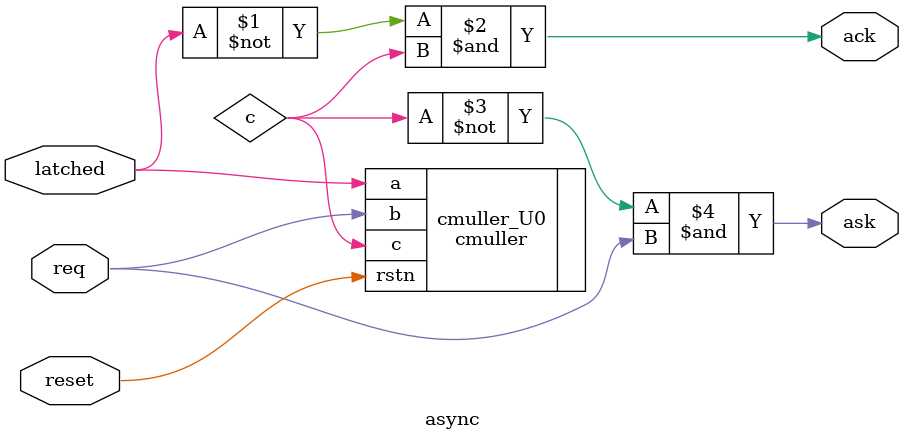
<source format=v>
`include "timescale.v"
module async(/*AUTOARG*/
   // Outputs
   ack, ask,
   // Inputs
   latched, req, reset
   );
`include "def.v"

   output ack, ask;
   input  latched, req, reset;

   /*AUTOREG*/
   // Beginning of automatic regs (for this module's undeclared outputs)
   wire			ack;
   wire			ask;
   // End of automatics

   wire 		c;

   /*Instantiate C-Muller*/
   cmuller cmuller_U0(/*AUTOINST*/
		      // Outputs
		      .c		(c),
		      // Inputs
		      .a		(latched),
		      .b		(req),
		      .rstn		(reset));

   and and_async1(ack, ~latched, c);
   and and_async2(ask, ~c, req);
   
   
endmodule // async

</source>
